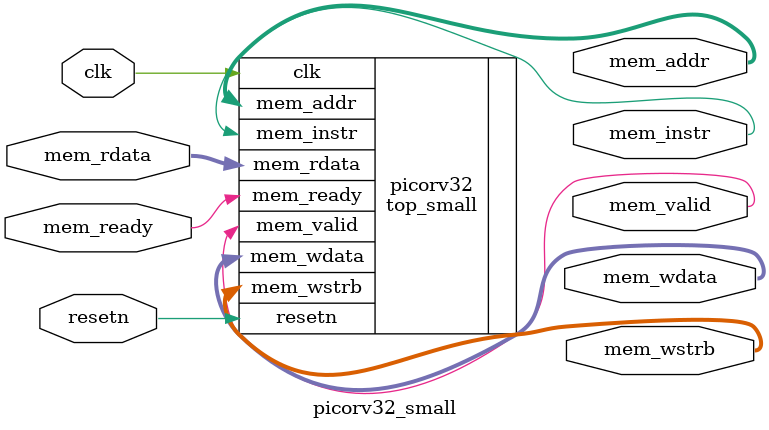
<source format=v>
module picorv32_small (
    input clk, resetn,

    output        mem_valid,
    output        mem_instr,
    input         mem_ready,

    output [31:0] mem_addr,
    output [31:0] mem_wdata,
    output [ 3:0] mem_wstrb,
    input  [31:0] mem_rdata
);
    top_small picorv32(
        .clk      (clk      ),
        .resetn   (resetn   ),
        .mem_valid(mem_valid),
        .mem_instr(mem_instr),
        .mem_ready(mem_ready),
        .mem_addr (mem_addr ),
        .mem_wdata(mem_wdata),
        .mem_wstrb(mem_wstrb),
        .mem_rdata(mem_rdata)
    );
endmodule

`include "synth_area_top.vh"
`include "picorv32.vh"

</source>
